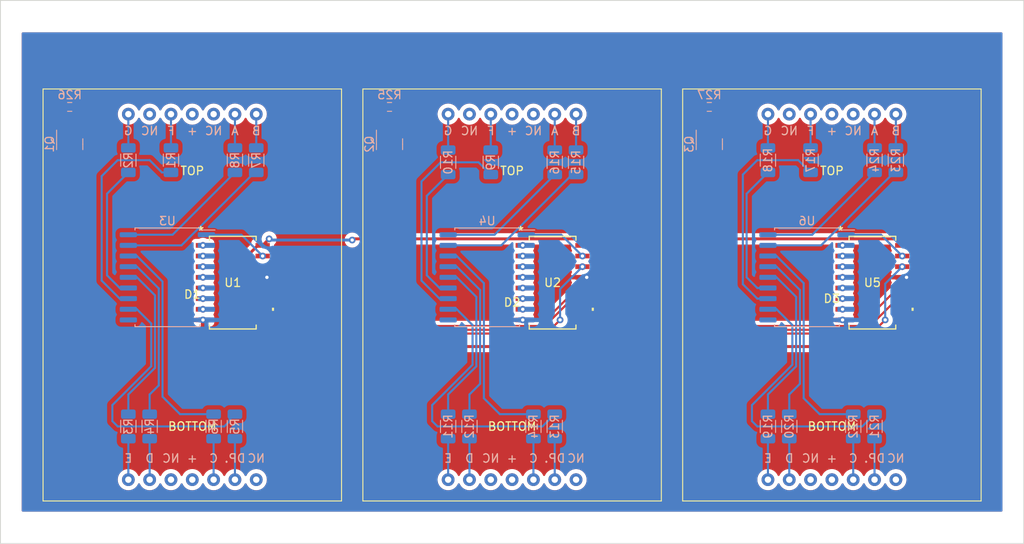
<source format=kicad_pcb>
(kicad_pcb (version 20221018) (generator pcbnew)
  (layers (0 "F.Cu" signal) (31 "B.Cu" signal) (34 "B.Paste" user) (35 "F.Paste" user) (36 "B.SilkS" user "B.Silkscreen") (37 "F.SilkS" user "F.Silkscreen") (38 "B.Mask" user) (39 "F.Mask" user) (44 "Edge.Cuts" user))
  (net 0 "")
  (net 1 "+5V")
  (net 2 "Net-(D1-Pin_2)")
  (net 3 "Net-(D1-Pin_3)")
  (net 4 "Net-(D1-Pin_4)")
  (net 5 "Net-(D1-Pin_5)")
  (net 6 "GND")
  (net 7 "Net-(D1-Pin_7)")
  (net 8 "Net-(D1-Pin_8)")
  (net 9 "Net-(D1-Pin_9)")
  (net 10 "Net-(D1-Pin_10)")
  (net 11 "Net-(D2-Pin_2)")
  (net 12 "Net-(D2-Pin_3)")
  (net 13 "Net-(D2-Pin_4)")
  (net 14 "Net-(D2-Pin_5)")
  (net 15 "Net-(D2-Pin_7)")
  (net 16 "Net-(D2-Pin_8)")
  (net 17 "Net-(D2-Pin_9)")
  (net 18 "Net-(D2-Pin_10)")
  (net 19 "Net-(D3-Pin_2)")
  (net 20 "Net-(D3-Pin_3)")
  (net 21 "Net-(D3-Pin_4)")
  (net 22 "Net-(D3-Pin_5)")
  (net 23 "Net-(D3-Pin_7)")
  (net 24 "Net-(D3-Pin_8)")
  (net 25 "Net-(D3-Pin_9)")
  (net 26 "Net-(D3-Pin_10)")
  (net 27 "OUT7")
  (net 28 "OUT6")
  (net 29 "OUT5")
  (net 30 "OUT4")
  (net 31 "OUT8")
  (net 32 "OUT3")
  (net 33 "OUT2")
  (net 34 "OUT1")
  (net 35 "OUT15")
  (net 36 "OUT14")
  (net 37 "OUT13")
  (net 38 "OUT12")
  (net 39 "OUT16")
  (net 40 "OUT11")
  (net 41 "OUT10")
  (net 42 "OUT9")
  (net 43 "OUT23")
  (net 44 "OUT22")
  (net 45 "OUT21")
  (net 46 "OUT20")
  (net 47 "OUT24")
  (net 48 "OUT19")
  (net 49 "OUT18")
  (net 50 "OUT17")
  (net 51 "IN2")
  (net 52 "IN3")
  (net 53 "IN4")
  (net 54 "IN5")
  (net 55 "IN6")
  (net 56 "IN7")
  (net 57 "IN8")
  (net 58 "Net-(U1-QH')")
  (net 59 "+3.3V")
  (net 60 "SRCLK")
  (net 61 "RCLK")
  (net 62 "SER")
  (net 63 "IN1")
  (net 64 "IN10")
  (net 65 "IN11")
  (net 66 "IN12")
  (net 67 "IN13")
  (net 68 "IN14")
  (net 69 "IN15")
  (net 70 "IN16")
  (net 71 "Net-(U2-QH')")
  (net 72 "IN9")
  (net 73 "IN18")
  (net 74 "IN19")
  (net 75 "IN20")
  (net 76 "IN21")
  (net 77 "IN22")
  (net 78 "IN23")
  (net 79 "IN24")
  (net 81 "IN17")
  (net 82 "PWR1")
  (net 83 "PWR2")
  (net 84 "PWR3")
  (net 85 "Net-(Q1-B)")
  (net 86 "Net-(Q2-B)")
  (net 87 "Net-(Q3-B)")
  (net 88 "SIG1")
  (net 89 "SIG2")
  (net 90 "SIG3")
  (footprint "MyLibrary:SOP16" (layer "F.Cu") (at 175.006 53.975)
    (fp_text reference "U5")
    (fp_text value "74HC595")
  )
  (footprint "MyLibrary:SOP16" (layer "F.Cu") (at 136.906 53.975)
    (fp_text reference "U2")
    (fp_text value "74HC595")
  )
  (footprint "MyLibrary:7SEG_GL9L15" (layer "F.Cu") (at 170.18 55.88)
    (fp_text reference "D3")
    (fp_text value "7SEG" hide)
  )
  (footprint "MyLibrary:7SEG_GL9L15" (layer "F.Cu") (at 93.98 55.88)
    (fp_text reference "D1")
    (fp_text value "7SEG" hide)
  )
  (footprint "MyLibrary:7SEG_GL9L15" (layer "F.Cu") (at 132.08 55.88)
    (fp_text reference "D2")
    (fp_text value "7SEG" hide)
  )
  (footprint "MyLibrary:SOP16" (layer "F.Cu") (at 98.806 53.975)
    (fp_text reference "U1")
    (fp_text value "74HC595")
  )
  (footprint "Resistor_SMD:R_1206_3216Metric" (layer "B.Cu") (at 86.36 39.37 90)
    (fp_text reference "R2")
    (fp_text value "47")
  )
  (footprint "Resistor_SMD:R_1206_3216Metric" (layer "B.Cu") (at 137.16 71.12 -90)
    (fp_text reference "R13")
    (fp_text value "150")
  )
  (footprint "Resistor_SMD:R_1206_3216Metric" (layer "B.Cu") (at 96.52 71.12 -90)
    (fp_text reference "R6")
    (fp_text value "47")
  )
  (footprint "Resistor_SMD:R_1206_3216Metric" (layer "B.Cu") (at 175.26 39.37 90)
    (fp_text reference "R24")
    (fp_text value "47")
  )
  (footprint "Resistor_SMD:R_1206_3216Metric" (layer "B.Cu") (at 137.16 39.624 90)
    (fp_text reference "R16")
    (fp_text value "47")
  )
  (footprint "Resistor_SMD:R_1206_3216Metric" (layer "B.Cu") (at 172.72 71.12 -90)
    (fp_text reference "R22")
    (fp_text value "47")
  )
  (footprint "Package_TO_SOT_SMD:SOT-23" (layer "B.Cu") (at 155.575 37.465 -90)
    (fp_text reference "Q3")
    (fp_text value "2SA1037")
  )
  (footprint "Resistor_SMD:R_1206_3216Metric" (layer "B.Cu") (at 91.44 39.37 90)
    (fp_text reference "R1")
    (fp_text value "47")
  )
  (footprint "Resistor_SMD:R_0603_1608Metric_Pad0.98x0.95mm_HandSolder" (layer "B.Cu") (at 117.475 33.02 180)
    (fp_text reference "R25")
    (fp_text value "1.2K")
  )
  (footprint "Resistor_SMD:R_1206_3216Metric" (layer "B.Cu") (at 124.46 39.624 90)
    (fp_text reference "R10")
    (fp_text value "47")
  )
  (footprint "Resistor_SMD:R_1206_3216Metric" (layer "B.Cu") (at 139.7 39.624 90)
    (fp_text reference "R15")
    (fp_text value "47")
  )
  (footprint "Resistor_SMD:R_1206_3216Metric" (layer "B.Cu") (at 99.06 39.37 90)
    (fp_text reference "R8")
    (fp_text value "47")
  )
  (footprint "Package_TO_SOT_SMD:SOT-23" (layer "B.Cu") (at 79.375 37.465 -90)
    (fp_text reference "Q1")
    (fp_text value "2SA1037")
  )
  (footprint "Resistor_SMD:R_1206_3216Metric" (layer "B.Cu") (at 127 71.12 -90)
    (fp_text reference "R12")
    (fp_text value "47")
  )
  (footprint "Resistor_SMD:R_1206_3216Metric" (layer "B.Cu") (at 167.64 39.37 90)
    (fp_text reference "R17")
    (fp_text value "47")
  )
  (footprint "Resistor_SMD:R_1206_3216Metric" (layer "B.Cu") (at 134.62 71.12 -90)
    (fp_text reference "R14")
    (fp_text value "47")
  )
  (footprint "Resistor_SMD:R_1206_3216Metric" (layer "B.Cu") (at 129.54 39.624 90)
    (fp_text reference "R9")
    (fp_text value "47")
  )
  (footprint "Resistor_SMD:R_1206_3216Metric" (layer "B.Cu") (at 124.46 71.12 -90)
    (fp_text reference "R11")
    (fp_text value "47")
  )
  (footprint "Package_TO_SOT_SMD:SOT-23" (layer "B.Cu") (at 117.475 37.465 -90)
    (fp_text reference "Q2")
    (fp_text value "2SA1037")
  )
  (footprint "Package_SO:SOIC-18W_7.5x11.6mm_P1.27mm" (layer "B.Cu") (at 91.01 53.34 180)
    (fp_text reference "U3")
    (fp_text value "TD62083")
  )
  (footprint "Resistor_SMD:R_1206_3216Metric" (layer "B.Cu") (at 99.06 71.12 -90)
    (fp_text reference "R5")
    (fp_text value "150")
  )
  (footprint "Resistor_SMD:R_1206_3216Metric" (layer "B.Cu") (at 162.56 71.12 -90)
    (fp_text reference "R19")
    (fp_text value "47")
  )
  (footprint "Resistor_SMD:R_0603_1608Metric_Pad0.98x0.95mm_HandSolder" (layer "B.Cu") (at 79.375 33.02 180)
    (fp_text reference "R26")
    (fp_text value "1.2K")
  )
  (footprint "Resistor_SMD:R_1206_3216Metric" (layer "B.Cu") (at 88.9 71.12 -90)
    (fp_text reference "R4")
    (fp_text value "47")
  )
  (footprint "Resistor_SMD:R_1206_3216Metric" (layer "B.Cu") (at 177.8 39.37 90)
    (fp_text reference "R23")
    (fp_text value "47")
  )
  (footprint "Resistor_SMD:R_1206_3216Metric" (layer "B.Cu") (at 162.56 39.37 90)
    (fp_text reference "R18")
    (fp_text value "47")
  )
  (footprint "Resistor_SMD:R_1206_3216Metric" (layer "B.Cu") (at 101.6 39.37 90)
    (fp_text reference "R7")
    (fp_text value "47")
  )
  (footprint "Resistor_SMD:R_1206_3216Metric" (layer "B.Cu") (at 165.1 71.12 -90)
    (fp_text reference "R20")
    (fp_text value "47")
  )
  (footprint "Package_SO:SOIC-18W_7.5x11.6mm_P1.27mm" (layer "B.Cu") (at 129.11 53.34 180)
    (fp_text reference "U4")
    (fp_text value "TD62083")
  )
  (footprint "Package_SO:SOIC-18W_7.5x11.6mm_P1.27mm" (layer "B.Cu") (at 167.21 53.34 180)
    (fp_text reference "U6")
    (fp_text value "TD62083")
  )
  (footprint "Resistor_SMD:R_1206_3216Metric" (layer "B.Cu") (at 86.36 71.12 -90)
    (fp_text reference "R3")
    (fp_text value "47")
  )
  (footprint "Resistor_SMD:R_0603_1608Metric_Pad0.98x0.95mm_HandSolder" (layer "B.Cu") (at 155.575 33.02 180)
    (fp_text reference "R27")
    (fp_text value "1.2K")
  )
  (footprint "Resistor_SMD:R_1206_3216Metric" (layer "B.Cu") (at 175.26 71.12 -90)
    (fp_text reference "R21")
    (fp_text value "150")
  )
  (gr_rect (start 71.12 20.32) (end 193.04 85.09) (stroke (width 0.1)) (fill none) (layer "Edge.Cuts"))
  (segment (start 91.44 37.9075) (end 91.44 33.88) (width 0.25) (layer "B.Cu") (net 2))
  (segment (start 86.36 37.9075) (end 86.36 33.88) (width 0.25) (layer "B.Cu") (net 3))
  (segment (start 86.36 72.5825) (end 86.36 77.47) (width 0.25) (layer "B.Cu") (net 4))
  (segment (start 88.9 72.5825) (end 88.9 77.47) (width 0.25) (layer "B.Cu") (net 5))
  (via (at 140.97 53.34) (size 0.8) (drill 0.4) (layers "F.Cu" "B.Cu") (net 6))
  (via (at 133.35 58.42) (size 0.8) (drill 0.4) (layers "F.Cu" "B.Cu") (net 6))
  (via (at 95.25 58.42) (size 0.8) (drill 0.4) (layers "F.Cu" "B.Cu") (net 6))
  (via (at 171.45 58.42) (size 0.8) (drill 0.4) (layers "F.Cu" "B.Cu") (net 6))
  (via (at 102.87 53.34) (size 0.8) (drill 0.4) (layers "F.Cu" "B.Cu") (net 6))
  (via (at 179.07 53.34) (size 0.8) (drill 0.4) (layers "F.Cu" "B.Cu") (net 6))
  (segment (start 99.06 72.5825) (end 99.06 77.47) (width 0.25) (layer "B.Cu") (net 7))
  (segment (start 96.52 72.5825) (end 96.52 77.47) (width 0.25) (layer "B.Cu") (net 8))
  (segment (start 101.6 37.9075) (end 101.6 33.88) (width 0.25) (layer "B.Cu") (net 9))
  (segment (start 99.06 37.9075) (end 99.06 33.88) (width 0.25) (layer "B.Cu") (net 10))
  (segment (start 129.54 38.1615) (end 129.54 33.88) (width 0.25) (layer "B.Cu") (net 11))
  (segment (start 124.46 38.1615) (end 124.46 33.88) (width 0.25) (layer "B.Cu") (net 12))
  (segment (start 124.46 72.5825) (end 124.46 77.47) (width 0.25) (layer "B.Cu") (net 13))
  (segment (start 127 72.5825) (end 127 77.47) (width 0.25) (layer "B.Cu") (net 14))
  (segment (start 137.16 72.5825) (end 137.16 77.47) (width 0.25) (layer "B.Cu") (net 15))
  (segment (start 134.62 72.5825) (end 134.62 77.47) (width 0.25) (layer "B.Cu") (net 16))
  (segment (start 139.7 38.1615) (end 139.7 33.88) (width 0.25) (layer "B.Cu") (net 17))
  (segment (start 137.16 38.1615) (end 137.16 33.88) (width 0.25) (layer "B.Cu") (net 18))
  (segment (start 167.64 37.9075) (end 167.64 33.88) (width 0.25) (layer "B.Cu") (net 19))
  (segment (start 162.56 37.9075) (end 162.56 33.88) (width 0.25) (layer "B.Cu") (net 20))
  (segment (start 162.56 72.5825) (end 162.56 77.47) (width 0.25) (layer "B.Cu") (net 21))
  (segment (start 165.1 72.5825) (end 165.1 77.47) (width 0.25) (layer "B.Cu") (net 22))
  (segment (start 175.26 72.5825) (end 175.26 77.47) (width 0.25) (layer "B.Cu") (net 23))
  (segment (start 172.72 72.5825) (end 172.72 77.47) (width 0.25) (layer "B.Cu") (net 24))
  (segment (start 177.8 37.9075) (end 177.8 33.88) (width 0.25) (layer "B.Cu") (net 25))
  (segment (start 175.26 37.9075) (end 175.26 33.88) (width 0.25) (layer "B.Cu") (net 26))
  (segment (start 85.335001 55.88) (end 83.185 53.729999) (width 0.25) (layer "B.Cu") (net 27))
  (segment (start 88.9 39.37) (end 90.3625 40.8325) (width 0.25) (layer "B.Cu") (net 27))
  (segment (start 83.185 41.275) (end 85.09 39.37) (width 0.25) (layer "B.Cu") (net 27))
  (segment (start 90.3625 40.8325) (end 91.44 40.8325) (width 0.25) (layer "B.Cu") (net 27))
  (segment (start 86.36 55.88) (end 85.335001 55.88) (width 0.25) (layer "B.Cu") (net 27))
  (segment (start 83.185 53.729999) (end 83.185 41.275) (width 0.25) (layer "B.Cu") (net 27))
  (segment (start 85.09 39.37) (end 88.9 39.37) (width 0.25) (layer "B.Cu") (net 27))
  (segment (start 86.36 54.61) (end 85.335001 54.61) (width 0.25) (layer "B.Cu") (net 28))
  (segment (start 83.82 43.3725) (end 86.36 40.8325) (width 0.25) (layer "B.Cu") (net 28))
  (segment (start 85.335001 54.61) (end 83.82 53.094999) (width 0.25) (layer "B.Cu") (net 28))
  (segment (start 83.82 53.094999) (end 83.82 43.3725) (width 0.25) (layer "B.Cu") (net 28))
  (segment (start 89.535 55.490001) (end 89.535 64.135) (width 0.25) (layer "B.Cu") (net 29))
  (segment (start 87.384999 53.34) (end 89.535 55.490001) (width 0.25) (layer "B.Cu") (net 29))
  (segment (start 86.36 53.34) (end 87.384999 53.34) (width 0.25) (layer "B.Cu") (net 29))
  (segment (start 89.535 64.135) (end 86.36 67.31) (width 0.25) (layer "B.Cu") (net 29))
  (segment (start 86.36 67.31) (end 86.36 69.6575) (width 0.25) (layer "B.Cu") (net 29))
  (segment (start 88.9 67.31) (end 88.9 69.6575) (width 0.25) (layer "B.Cu") (net 30))
  (segment (start 89.985 66.225) (end 88.9 67.31) (width 0.25) (layer "B.Cu") (net 30))
  (segment (start 89.985 54.670001) (end 89.985 66.225) (width 0.25) (layer "B.Cu") (net 30))
  (segment (start 86.36 52.07) (end 87.384999 52.07) (width 0.25) (layer "B.Cu") (net 30))
  (segment (start 87.384999 52.07) (end 89.985 54.670001) (width 0.25) (layer "B.Cu") (net 30))
  (segment (start 89.085 58.850001) (end 89.085 63.948604) (width 0.25) (layer "B.Cu") (net 31))
  (segment (start 84.455 70.485) (end 85.09 71.12) (width 0.25) (layer "B.Cu") (net 31))
  (segment (start 97.79 71.12) (end 98.425 70.485) (width 0.25) (layer "B.Cu") (net 31))
  (segment (start 84.455 68.578604) (end 84.455 70.485) (width 0.25) (layer "B.Cu") (net 31))
  (segment (start 98.425 70.2925) (end 99.06 69.6575) (width 0.25) (layer "B.Cu") (net 31))
  (segment (start 86.36 57.15) (end 87.384999 57.15) (width 0.25) (layer "B.Cu") (net 31))
  (segment (start 87.384999 57.15) (end 89.085 58.850001) (width 0.25) (layer "B.Cu") (net 31))
  (segment (start 98.425 70.485) (end 98.425 70.2925) (width 0.25) (layer "B.Cu") (net 31))
  (segment (start 89.085 63.948604) (end 84.455 68.578604) (width 0.25) (layer "B.Cu") (net 31))
  (segment (start 85.09 71.12) (end 97.79 71.12) (width 0.25) (layer "B.Cu") (net 31))
  (segment (start 90.435 53.850001) (end 90.435 67.575) (width 0.25) (layer "B.Cu") (net 32))
  (segment (start 86.36 50.8) (end 87.384999 50.8) (width 0.25) (layer "B.Cu") (net 32))
  (segment (start 90.435 67.575) (end 92.5175 69.6575) (width 0.25) (layer "B.Cu") (net 32))
  (segment (start 87.384999 50.8) (end 90.435 53.850001) (width 0.25) (layer "B.Cu") (net 32))
  (segment (start 92.5175 69.6575) (end 96.52 69.6575) (width 0.25) (layer "B.Cu") (net 32))
  (segment (start 101.386592 40.8325) (end 101.6 40.8325) (width 0.25) (layer "B.Cu") (net 33))
  (segment (start 92.689092 49.53) (end 101.386592 40.8325) (width 0.25) (layer "B.Cu") (net 33))
  (segment (start 86.36 49.53) (end 92.689092 49.53) (width 0.25) (layer "B.Cu") (net 33))
  (segment (start 91.6325 48.26) (end 99.06 40.8325) (width 0.25) (layer "B.Cu") (net 34))
  (segment (start 86.36 48.26) (end 91.6325 48.26) (width 0.25) (layer "B.Cu") (net 34))
  (segment (start 123.435001 55.88) (end 121.285 53.729999) (width 0.25) (layer "B.Cu") (net 35))
  (segment (start 121.285 41.91) (end 123.571 39.624) (width 0.25) (layer "B.Cu") (net 35))
  (segment (start 124.46 55.88) (end 123.435001 55.88) (width 0.25) (layer "B.Cu") (net 35))
  (segment (start 128.0775 39.624) (end 129.54 41.0865) (width 0.25) (layer "B.Cu") (net 35))
  (segment (start 121.285 53.729999) (end 121.285 41.91) (width 0.25) (layer "B.Cu") (net 35))
  (segment (start 123.571 39.624) (end 128.0775 39.624) (width 0.25) (layer "B.Cu") (net 35))
  (segment (start 123.435001 54.61) (end 121.92 53.094999) (width 0.25) (layer "B.Cu") (net 36))
  (segment (start 121.92 53.094999) (end 121.92 43.6265) (width 0.25) (layer "B.Cu") (net 36))
  (segment (start 124.46 54.61) (end 123.435001 54.61) (width 0.25) (layer "B.Cu") (net 36))
  (segment (start 121.92 43.6265) (end 124.46 41.0865) (width 0.25) (layer "B.Cu") (net 36))
  (segment (start 124.46 69.6575) (end 124.46 67.31) (width 0.25) (layer "B.Cu") (net 37))
  (segment (start 127.82 55.675001) (end 125.484999 53.34) (width 0.25) (layer "B.Cu") (net 37))
  (segment (start 124.46 67.31) (end 127.82 63.95) (width 0.25) (layer "B.Cu") (net 37))
  (segment (start 125.484999 53.34) (end 124.46 53.34) (width 0.25) (layer "B.Cu") (net 37))
  (segment (start 127.82 63.95) (end 127.82 55.675001) (width 0.25) (layer "B.Cu") (net 37))
  (segment (start 127 67.31) (end 127 69.6575) (width 0.25) (layer "B.Cu") (net 38))
  (segment (start 124.46 52.07) (end 125.484999 52.07) (width 0.25) (layer "B.Cu") (net 38))
  (segment (start 128.27 66.04) (end 127 67.31) (width 0.25) (layer "B.Cu") (net 38))
  (segment (start 128.27 54.855001) (end 128.27 66.04) (width 0.25) (layer "B.Cu") (net 38))
  (segment (start 125.484999 52.07) (end 128.27 54.855001) (width 0.25) (layer "B.Cu") (net 38))
  (segment (start 122.555 68.578604) (end 122.555 70.485) (width 0.25) (layer "B.Cu") (net 39))
  (segment (start 125.484999 57.15) (end 127.37 59.035001) (width 0.25) (layer "B.Cu") (net 39))
  (segment (start 127.37 59.035001) (end 127.37 63.763604) (width 0.25) (layer "B.Cu") (net 39))
  (segment (start 127.37 63.763604) (end 122.555 68.578604) (width 0.25) (layer "B.Cu") (net 39))
  (segment (start 135.6975 71.12) (end 137.16 69.6575) (width 0.25) (layer "B.Cu") (net 39))
  (segment (start 124.46 57.15) (end 125.484999 57.15) (width 0.25) (layer "B.Cu") (net 39))
  (segment (start 123.19 71.12) (end 135.6975 71.12) (width 0.25) (layer "B.Cu") (net 39))
  (segment (start 122.555 70.485) (end 123.19 71.12) (width 0.25) (layer "B.Cu") (net 39))
  (segment (start 128.72 54.035001) (end 128.72 67.76) (width 0.25) (layer "B.Cu") (net 40))
  (segment (start 128.72 67.76) (end 130.6175 69.6575) (width 0.25) (layer "B.Cu") (net 40))
  (segment (start 130.6175 69.6575) (end 134.62 69.6575) (width 0.25) (layer "B.Cu") (net 40))
  (segment (start 125.484999 50.8) (end 128.72 54.035001) (width 0.25) (layer "B.Cu") (net 40))
  (segment (start 124.46 50.8) (end 125.484999 50.8) (width 0.25) (layer "B.Cu") (net 40))
  (segment (start 124.46 49.53) (end 130.789092 49.53) (width 0.25) (layer "B.Cu") (net 41))
  (segment (start 130.789092 49.53) (end 139.232592 41.0865) (width 0.25) (layer "B.Cu") (net 41))
  (segment (start 139.232592 41.0865) (end 139.7 41.0865) (width 0.25) (layer "B.Cu") (net 41))
  (segment (start 129.9865 48.26) (end 137.16 41.0865) (width 0.25) (layer "B.Cu") (net 42))
  (segment (start 124.46 48.26) (end 129.9865 48.26) (width 0.25) (layer "B.Cu") (net 42))
  (segment (start 162.56 55.88) (end 161.29 55.88) (width 0.25) (layer "B.Cu") (net 43))
  (segment (start 159.57 54.16) (end 159.57 41.09) (width 0.25) (layer "B.Cu") (net 43))
  (segment (start 159.57 41.09) (end 161.29 39.37) (width 0.25) (layer "B.Cu") (net 43))
  (segment (start 161.29 55.88) (end 159.57 54.16) (width 0.25) (layer "B.Cu") (net 43))
  (segment (start 166.1775 39.37) (end 167.64 40.8325) (width 0.25) (layer "B.Cu") (net 43))
  (segment (start 161.29 39.37) (end 166.1775 39.37) (width 0.25) (layer "B.Cu") (net 43))
  (segment (start 160.02 53.34) (end 160.02 43.3725) (width 0.25) (layer "B.Cu") (net 44))
  (segment (start 160.02 43.3725) (end 162.56 40.8325) (width 0.25) (layer "B.Cu") (net 44))
  (segment (start 162.56 54.61) (end 161.29 54.61) (width 0.25) (layer "B.Cu") (net 44))
  (segment (start 161.29 54.61) (end 160.02 53.34) (width 0.25) (layer "B.Cu") (net 44))
  (segment (start 162.56 67.31) (end 162.56 69.6575) (width 0.25) (layer "B.Cu") (net 45))
  (segment (start 163.584999 53.34) (end 165.92 55.675001) (width 0.25) (layer "B.Cu") (net 45))
  (segment (start 165.92 63.95) (end 162.56 67.31) (width 0.25) (layer "B.Cu") (net 45))
  (segment (start 165.92 55.675001) (end 165.92 63.95) (width 0.25) (layer "B.Cu") (net 45))
  (segment (start 162.56 53.34) (end 163.584999 53.34) (width 0.25) (layer "B.Cu") (net 45))
  (segment (start 163.584999 52.07) (end 166.37 54.855001) (width 0.25) (layer "B.Cu") (net 46))
  (segment (start 165.1 67.31) (end 165.1 69.6575) (width 0.25) (layer "B.Cu") (net 46))
  (segment (start 162.56 52.07) (end 163.584999 52.07) (width 0.25) (layer "B.Cu") (net 46))
  (segment (start 166.37 54.855001) (end 166.37 66.04) (width 0.25) (layer "B.Cu") (net 46))
  (segment (start 166.37 66.04) (end 165.1 67.31) (width 0.25) (layer "B.Cu") (net 46))
  (segment (start 163.584999 57.15) (end 165.47 59.035001) (width 0.25) (layer "B.Cu") (net 47))
  (segment (start 162.56 57.15) (end 163.584999 57.15) (width 0.25) (layer "B.Cu") (net 47))
  (segment (start 160.655 68.578604) (end 160.655 70.485) (width 0.25) (layer "B.Cu") (net 47))
  (segment (start 165.47 59.035001) (end 165.47 63.763604) (width 0.25) (layer "B.Cu") (net 47))
  (segment (start 165.47 63.763604) (end 160.655 68.578604) (width 0.25) (layer "B.Cu") (net 47))
  (segment (start 160.655 70.485) (end 161.29 71.12) (width 0.25) (layer "B.Cu") (net 47))
  (segment (start 161.29 71.12) (end 173.7975 71.12) (width 0.25) (layer "B.Cu") (net 47))
  (segment (start 173.7975 71.12) (end 175.26 69.6575) (width 0.25) (layer "B.Cu") (net 47))
  (segment (start 166.82 67.76) (end 168.7175 69.6575) (width 0.25) (layer "B.Cu") (net 48))
  (segment (start 162.56 50.8) (end 163.584999 50.8) (width 0.25) (layer "B.Cu") (net 48))
  (segment (start 166.82 54.035001) (end 166.82 67.76) (width 0.25) (layer "B.Cu") (net 48))
  (segment (start 168.7175 69.6575) (end 172.72 69.6575) (width 0.25) (layer "B.Cu") (net 48))
  (segment (start 163.584999 50.8) (end 166.82 54.035001) (width 0.25) (layer "B.Cu") (net 48))
  (segment (start 162.56 49.53) (end 168.889092 49.53) (width 0.25) (layer "B.Cu") (net 49))
  (segment (start 168.889092 49.53) (end 177.586592 40.8325) (width 0.25) (layer "B.Cu") (net 49))
  (segment (start 177.586592 40.8325) (end 177.8 40.8325) (width 0.25) (layer "B.Cu") (net 49))
  (segment (start 167.8325 48.26) (end 175.26 40.8325) (width 0.25) (layer "B.Cu") (net 50))
  (segment (start 162.56 48.26) (end 167.8325 48.26) (width 0.25) (layer "B.Cu") (net 50))
  (via (at 95.25 49.53) (size 0.8) (drill 0.4) (layers "F.Cu" "B.Cu") (net 51))
  (via (at 95.25 50.8) (size 0.8) (drill 0.4) (layers "F.Cu" "B.Cu") (net 52))
  (via (at 95.25 52.07) (size 0.8) (drill 0.4) (layers "F.Cu" "B.Cu") (net 53))
  (via (at 95.25 53.34) (size 0.8) (drill 0.4) (layers "F.Cu" "B.Cu") (net 54))
  (via (at 95.25 54.61) (size 0.8) (drill 0.4) (layers "F.Cu" "B.Cu") (net 55))
  (via (at 95.25 55.88) (size 0.8) (drill 0.4) (layers "F.Cu" "B.Cu") (net 56))
  (via (at 95.25 57.15) (size 0.8) (drill 0.4) (layers "F.Cu" "B.Cu") (net 57))
  (segment (start 102.362 58.42) (end 103.987 60.045) (width 0.25) (layer "F.Cu") (net 58))
  (segment (start 103.987 60.045) (end 136.17 60.045) (width 0.25) (layer "F.Cu") (net 58))
  (segment (start 136.17 60.045) (end 137.795 58.42) (width 0.25) (layer "F.Cu") (net 58))
  (via (at 140.462 52.07) (size 0.8) (drill 0.4) (layers "F.Cu" "B.Cu") (net 58))
  (via (at 137.795 58.42) (size 0.8) (drill 0.4) (layers "F.Cu" "B.Cu") (net 58))
  (segment (start 137.795 54.737) (end 140.462 52.07) (width 0.25) (layer "B.Cu") (net 58))
  (segment (start 137.795 58.42) (end 137.795 54.737) (width 0.25) (layer "B.Cu") (net 58))
  (segment (start 137.16 61.595) (end 139.2361 59.5189) (width 0.35) (layer "F.Cu") (net 59))
  (segment (start 99.695 59.69) (end 101.6 61.595) (width 0.35) (layer "F.Cu") (net 59))
  (segment (start 178.562 57.15) (end 179.1335 57.15) (width 0.35) (layer "F.Cu") (net 59))
  (segment (start 102.362 57.15) (end 101.6 57.15) (width 0.35) (layer "F.Cu") (net 59))
  (segment (start 99.695 55.0545) (end 99.695 51.6255) (width 0.35) (layer "F.Cu") (net 59))
  (segment (start 178.435 61.595) (end 180.975 59.055) (width 0.35) (layer "F.Cu") (net 59))
  (segment (start 180.975 51.3715) (end 179.1335 49.53) (width 0.35) (layer "F.Cu") (net 59))
  (segment (start 179.1335 57.15) (end 180.975 55.3085) (width 0.35) (layer "F.Cu") (net 59))
  (segment (start 139.2361 59.5189) (end 141.3122 61.595) (width 0.35) (layer "F.Cu") (net 59))
  (segment (start 139.2361 57.7656) (end 139.8517 57.15) (width 0.35) (layer "F.Cu") (net 59))
  (segment (start 139.687 48.755) (end 140.462 49.53) (width 0.35) (layer "F.Cu") (net 59))
  (segment (start 139.687 48.755) (end 113.17 48.755) (width 0.35) (layer "F.Cu") (net 59))
  (segment (start 99.695 51.6255) (end 101.7905 49.53) (width 0.35) (layer "F.Cu") (net 59))
  (segment (start 101.6 57.15) (end 99.695 59.055) (width 0.35) (layer "F.Cu") (net 59))
  (segment (start 141.237 48.755) (end 177.787 48.755) (width 0.35) (layer "F.Cu") (net 59))
  (segment (start 139.8517 57.15) (end 140.462 57.15) (width 0.35) (layer "F.Cu") (net 59))
  (segment (start 139.2361 59.5189) (end 139.2361 57.7656) (width 0.35) (layer "F.Cu") (net 59))
  (segment (start 101.7905 49.53) (end 102.362 49.53) (width 0.35) (layer "F.Cu") (net 59))
  (segment (start 180.975 55.3085) (end 180.975 51.3715) (width 0.35) (layer "F.Cu") (net 59))
  (segment (start 177.787 48.755) (end 178.562 49.53) (width 0.35) (layer "F.Cu") (net 59))
  (segment (start 99.695 59.055) (end 99.695 59.69) (width 0.35) (layer "F.Cu") (net 59))
  (segment (start 102.362 49.53) (end 103.137 48.755) (width 0.35) (layer "F.Cu") (net 59))
  (segment (start 101.6 61.595) (end 137.16 61.595) (width 0.35) (layer "F.Cu") (net 59))
  (segment (start 101.7905 57.15) (end 99.695 55.0545) (width 0.35) (layer "F.Cu") (net 59))
  (segment (start 140.462 49.53) (end 141.237 48.755) (width 0.35) (layer "F.Cu") (net 59))
  (segment (start 102.362 57.15) (end 101.7905 57.15) (width 0.35) (layer "F.Cu") (net 59))
  (segment (start 141.3122 61.595) (end 178.435 61.595) (width 0.35) (layer "F.Cu") (net 59))
  (segment (start 179.1335 49.53) (end 178.562 49.53) (width 0.35) (layer "F.Cu") (net 59))
  (segment (start 180.975 59.055) (end 180.975 55.3085) (width 0.35) (layer "F.Cu") (net 59))
  (segment (start 113.17 48.755) (end 113.03 48.895) (width 0.35) (layer "F.Cu") (net 59))
  (via (at 113.03 48.895) (size 0.8) (drill 0.4) (layers "F.Cu" "B.Cu") (net 59))
  (via (at 103.137 48.755) (size 0.8) (drill 0.4) (layers "F.Cu" "B.Cu") (net 59))
  (segment (start 103.277 48.895) (end 103.137 48.755) (width 0.35) (layer "B.Cu") (net 59))
  (segment (start 113.03 48.895) (end 103.277 48.895) (width 0.35) (layer "B.Cu") (net 59))
  (segment (start 102.9335 55.88) (end 106.6485 59.595) (width 0.25) (layer "F.Cu") (net 60))
  (segment (start 106.6485 59.595) (end 135.541896 59.595) (width 0.25) (layer "F.Cu") (net 60))
  (segment (start 139.256896 55.88) (end 140.462 55.88) (width 0.25) (layer "F.Cu") (net 60))
  (segment (start 174.2755 59.595) (end 177.9905 55.88) (width 0.25) (layer "F.Cu") (net 60))
  (segment (start 144.7485 59.595) (end 174.2755 59.595) (width 0.25) (layer "F.Cu") (net 60))
  (segment (start 141.0335 55.88) (end 144.7485 59.595) (width 0.25) (layer "F.Cu") (net 60))
  (segment (start 102.362 55.88) (end 102.9335 55.88) (width 0.25) (layer "F.Cu") (net 60))
  (segment (start 135.541896 59.595) (end 139.256896 55.88) (width 0.25) (layer "F.Cu") (net 60))
  (segment (start 140.462 55.88) (end 141.0335 55.88) (width 0.25) (layer "F.Cu") (net 60))
  (segment (start 177.9905 55.88) (end 178.562 55.88) (width 0.25) (layer "F.Cu") (net 60))
  (segment (start 107.4685 59.145) (end 135.3555 59.145) (width 0.25) (layer "F.Cu") (net 61))
  (segment (start 178.0517 54.61) (end 178.562 54.61) (width 0.25) (layer "F.Cu") (net 61))
  (segment (start 135.3555 59.145) (end 139.8905 54.61) (width 0.25) (layer "F.Cu") (net 61))
  (segment (start 173.5167 59.145) (end 178.0517 54.61) (width 0.25) (layer "F.Cu") (net 61))
  (segment (start 139.8905 54.61) (end 140.462 54.61) (width 0.25) (layer "F.Cu") (net 61))
  (segment (start 102.9335 54.61) (end 107.4685 59.145) (width 0.25) (layer "F.Cu") (net 61))
  (segment (start 140.462 54.61) (end 141.0335 54.61) (width 0.25) (layer "F.Cu") (net 61))
  (segment (start 141.0335 54.61) (end 145.5685 59.145) (width 0.25) (layer "F.Cu") (net 61))
  (segment (start 102.362 54.61) (end 102.9335 54.61) (width 0.25) (layer "F.Cu") (net 61))
  (segment (start 145.5685 59.145) (end 173.5167 59.145) (width 0.25) (layer "F.Cu") (net 61))
  (via (at 102.362 50.8) (size 0.8) (drill 0.4) (layers "F.Cu" "B.Cu") (net 63))
  (segment (start 95.66 48.26) (end 99.822 48.26) (width 0.25) (layer "B.Cu") (net 63))
  (segment (start 99.822 48.26) (end 102.362 50.8) (width 0.25) (layer "B.Cu") (net 63))
  (via (at 133.35 49.53) (size 0.8) (drill 0.4) (layers "F.Cu" "B.Cu") (net 64))
  (via (at 133.35 50.8) (size 0.8) (drill 0.4) (layers "F.Cu" "B.Cu") (net 65))
  (via (at 133.35 52.07) (size 0.8) (drill 0.4) (layers "F.Cu" "B.Cu") (net 66))
  (via (at 133.35 53.34) (size 0.8) (drill 0.4) (layers "F.Cu" "B.Cu") (net 67))
  (via (at 133.35 54.61) (size 0.8) (drill 0.4) (layers "F.Cu" "B.Cu") (net 68))
  (via (at 133.35 55.88) (size 0.8) (drill 0.4) (layers "F.Cu" "B.Cu") (net 69))
  (via (at 133.35 57.15) (size 0.8) (drill 0.4) (layers "F.Cu" "B.Cu") (net 70))
  (segment (start 142.087 60.045) (end 174.905 60.045) (width 0.25) (layer "F.Cu") (net 71))
  (segment (start 140.462 58.42) (end 142.087 60.045) (width 0.25) (layer "F.Cu") (net 71))
  (segment (start 174.905 60.045) (end 176.53 58.42) (width 0.25) (layer "F.Cu") (net 71))
  (via (at 178.562 52.07) (size 0.8) (drill 0.4) (layers "F.Cu" "B.Cu") (net 71))
  (via (at 176.53 58.42) (size 0.8) (drill 0.4) (layers "F.Cu" "B.Cu") (net 71))
  (segment (start 176.53 58.42) (end 176.53 54.102) (width 0.25) (layer "B.Cu") (net 71))
  (segment (start 176.53 54.102) (end 178.562 52.07) (width 0.25) (layer "B.Cu") (net 71))
  (via (at 140.462 50.8) (size 0.8) (drill 0.4) (layers "F.Cu" "B.Cu") (net 72))
  (segment (start 133.76 48.26) (end 137.922 48.26) (width 0.25) (layer "B.Cu") (net 72))
  (segment (start 137.922 48.26) (end 140.462 50.8) (width 0.25) (layer "B.Cu") (net 72))
  (via (at 171.45 49.53) (size 0.8) (drill 0.4) (layers "F.Cu" "B.Cu") (net 73))
  (via (at 171.45 50.8) (size 0.8) (drill 0.4) (layers "F.Cu" "B.Cu") (net 74))
  (via (at 171.45 52.07) (size 0.8) (drill 0.4) (layers "F.Cu" "B.Cu") (net 75))
  (via (at 171.45 53.34) (size 0.8) (drill 0.4) (layers "F.Cu" "B.Cu") (net 76))
  (via (at 171.45 54.61) (size 0.8) (drill 0.4) (layers "F.Cu" "B.Cu") (net 77))
  (via (at 171.45 55.88) (size 0.8) (drill 0.4) (layers "F.Cu" "B.Cu") (net 78))
  (via (at 171.45 57.15) (size 0.8) (drill 0.4) (layers "F.Cu" "B.Cu") (net 79))
  (via (at 178.562 50.8) (size 0.8) (drill 0.4) (layers "F.Cu" "B.Cu") (net 81))
  (segment (start 171.86 48.26) (end 176.022 48.26) (width 0.25) (layer "B.Cu") (net 81))
  (segment (start 176.022 48.26) (end 178.562 50.8) (width 0.25) (layer "B.Cu") (net 81))
  (zone (net 6) (net_name "GND") (layers "F&B.Cu") (connect_pads (clearance 0.5)) (min_thickness 0.25) (fill yes (thermal_gap 0.5) (thermal_bridge_width 0.5))
    (polygon (pts (xy 73.66 24.13) (xy 190.5 24.13) (xy 190.5 81.28) (xy 73.66 81.28)))
  )
)
</source>
